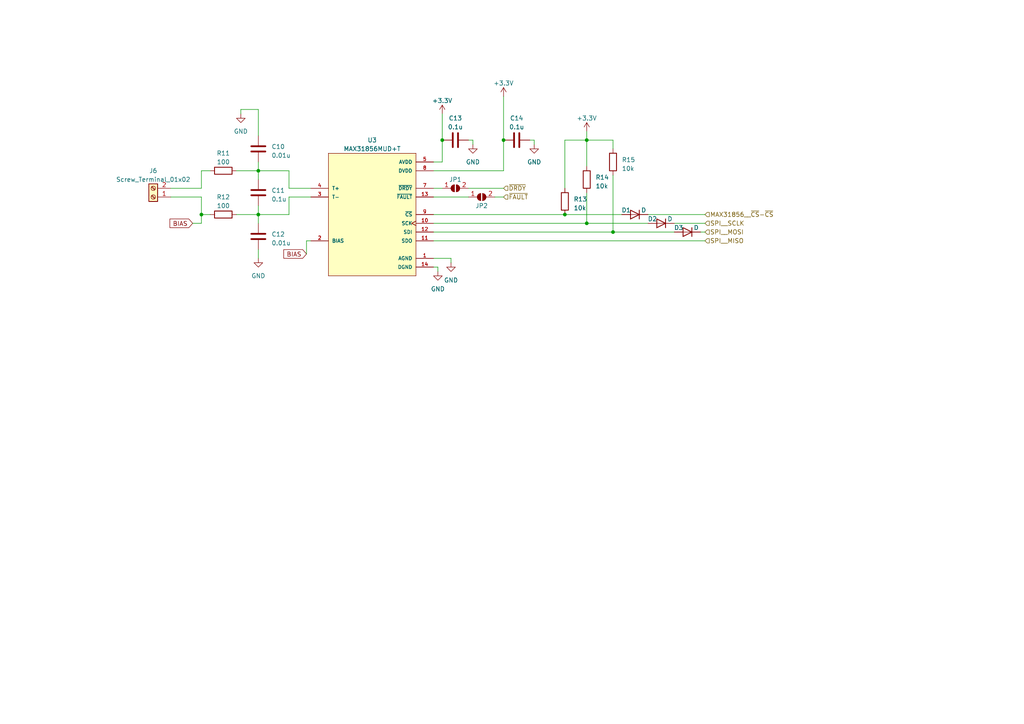
<source format=kicad_sch>
(kicad_sch (version 20230121) (generator eeschema)
  (paper "A4")
  (lib_symbols
    (symbol "Connector:Screw_Terminal_01x02" (pin_names (offset 1.016) hide)
      (property "Reference" "J" (at 0 2.54 0))
      (property "Value" "Screw_Terminal_01x02" (at 0 -5.08 0))
      (symbol "Screw_Terminal_01x02_1_1"
        (rectangle (start -1.27 1.27) (end 1.27 -3.81) (stroke (width 0.254)) (fill (type background)))
        (circle (center 0 -2.54) (radius 0.635) (stroke (width 0.1524)))
        (polyline (pts (xy -0.5334 -2.2098) (xy 0.3302 -3.048)) (stroke (width 0.1524)))
        (polyline (pts (xy -0.5334 0.3302) (xy 0.3302 -0.508)) (stroke (width 0.1524)))
        (polyline (pts (xy -0.3556 -2.032) (xy 0.508 -2.8702)) (stroke (width 0.1524)))
        (polyline (pts (xy -0.3556 0.508) (xy 0.508 -0.3302)) (stroke (width 0.1524)))
        (circle (center 0 0) (radius 0.635) (stroke (width 0.1524)))
        (pin passive line (at -5.08 0 0) (length 3.81) (name "Pin_1") (number "1"))
        (pin passive line (at -5.08 -2.54 0) (length 3.81) (name "Pin_2") (number "2"))
      )
    )
    (symbol "Device:C" (pin_numbers hide) (pin_names (offset 0.254))
      (property "Reference" "C" (at 0.635 2.54 0))
      (property "Value" "C" (at 0.635 -2.54 0))
      (symbol "C_0_1"
        (polyline (pts (xy -2.032 -0.762) (xy 2.032 -0.762)) (stroke (width 0.508)))
        (polyline (pts (xy -2.032 0.762) (xy 2.032 0.762)) (stroke (width 0.508)))
      )
      (symbol "C_1_1"
        (pin passive line (at 0 3.81 270) (length 2.794) (name "~") (number "1"))
        (pin passive line (at 0 -3.81 90) (length 2.794) (name "~") (number "2"))
      )
    )
    (symbol "Device:D" (pin_numbers hide) (pin_names (offset 1.016) hide)
      (property "Reference" "D" (at 0 2.54 0))
      (property "Value" "D" (at 0 -2.54 0))
      (symbol "D_0_1"
        (polyline (pts (xy -1.27 1.27) (xy -1.27 -1.27)) (stroke (width 0.254)))
        (polyline (pts (xy 1.27 0) (xy -1.27 0)))
        (polyline (pts (xy 1.27 1.27) (xy 1.27 -1.27) (xy -1.27 0) (xy 1.27 1.27)) (stroke (width 0.254)))
      )
      (symbol "D_1_1"
        (pin passive line (at -3.81 0 0) (length 2.54) (name "K") (number "1"))
        (pin passive line (at 3.81 0 180) (length 2.54) (name "A") (number "2"))
      )
    )
    (symbol "Device:R" (pin_numbers hide) (pin_names (offset 0))
      (property "Reference" "R" (at 2.032 0 90))
      (property "Value" "R" (at 0 0 90))
      (symbol "R_0_1"
        (rectangle (start -1.016 -2.54) (end 1.016 2.54) (stroke (width 0.254)))
      )
      (symbol "R_1_1"
        (pin passive line (at 0 3.81 270) (length 1.27) (name "~") (number "1"))
        (pin passive line (at 0 -3.81 90) (length 1.27) (name "~") (number "2"))
      )
    )
    (symbol "Jumper:SolderJumper_2_Open" (pin_names (offset 0) hide)
      (property "Reference" "JP" (at 0 2.032 0))
      (property "Value" "SolderJumper_2_Open" (at 0 -2.54 0))
      (symbol "SolderJumper_2_Open_0_1"
        (arc (start -0.254 1.016) (mid -1.2656 0) (end -0.254 -1.016))
        (arc (start -0.254 1.016) (mid -1.2656 0) (end -0.254 -1.016) (fill (type outline)))
        (polyline (pts (xy -0.254 1.016) (xy -0.254 -1.016)))
        (polyline (pts (xy 0.254 1.016) (xy 0.254 -1.016)))
        (arc (start 0.254 -1.016) (mid 1.2656 0) (end 0.254 1.016))
        (arc (start 0.254 -1.016) (mid 1.2656 0) (end 0.254 1.016) (fill (type outline)))
      )
      (symbol "SolderJumper_2_Open_1_1"
        (pin passive line (at -3.81 0 0) (length 2.54) (name "A") (number "1"))
        (pin passive line (at 3.81 0 180) (length 2.54) (name "B") (number "2"))
      )
    )
    (symbol "MAX31856MUD_T:MAX31856MUD+T" (pin_names (offset 1.016))
      (property "Reference" "U" (at -12.7 18.542 0))
      (property "Value" "MAX31856MUD+T" (at -12.7 -20.32 0))
      (symbol "MAX31856MUD+T_0_0"
        (rectangle (start -12.7 17.78) (end 12.7 -17.78) (stroke (width 0.1524)) (fill (type background)))
        (pin power_in line (at 17.78 -12.7 180) (length 5.08) (name "AGND") (number "1"))
        (pin input clock (at 17.78 -2.54 180) (length 5.08) (name "SCK") (number "10"))
        (pin input line (at 17.78 -5.08 180) (length 5.08) (name "SDI") (number "12"))
        (pin output line (at 17.78 5.08 180) (length 5.08) (name "~{FAULT}") (number "13"))
        (pin power_in line (at 17.78 -15.24 180) (length 5.08) (name "DGND") (number "14"))
        (pin passive line (at -17.78 -7.62 0) (length 5.08) (name "BIAS") (number "2"))
        (pin input line (at -17.78 5.08 0) (length 5.08) (name "T-") (number "3"))
        (pin input line (at -17.78 7.62 0) (length 5.08) (name "T+") (number "4"))
        (pin power_in line (at 17.78 15.24 180) (length 5.08) (name "AVDD") (number "5"))
        (pin output line (at 17.78 7.62 180) (length 5.08) (name "~{DRDY}") (number "7"))
        (pin power_in line (at 17.78 12.7 180) (length 5.08) (name "DVDD") (number "8"))
        (pin input line (at 17.78 0 180) (length 5.08) (name "~{CS}") (number "9"))
      )
      (symbol "MAX31856MUD+T_1_0"
        (pin bidirectional line (at 17.78 -7.62 180) (length 5.08) (name "SDO") (number "11"))
      )
    )
    (symbol "power:+3.3V" (power) (pin_names (offset 0))
      (property "Value" "+3.3V" (at 0 3.556 0))
      (symbol "+3.3V_0_1"
        (polyline (pts (xy -0.762 1.27) (xy 0 2.54)))
        (polyline (pts (xy 0 0) (xy 0 2.54)))
        (polyline (pts (xy 0 2.54) (xy 0.762 1.27)))
      )
      (symbol "+3.3V_1_1"
        (pin power_in line (at 0 0 90) (length 0) hide (name "+3.3V") (number "1"))
      )
    )
    (symbol "power:GND" (power) (pin_names (offset 0))
      (property "Value" "GND" (at 0 -3.81 0))
      (symbol "GND_0_1"
        (polyline (pts (xy 0 0) (xy 0 -1.27) (xy 1.27 -1.27) (xy 0 -2.54) (xy -1.27 -1.27) (xy 0 -1.27)))
      )
      (symbol "GND_1_1"
        (pin power_in line (at 0 0 270) (length 0) hide (name "GND") (number "1"))
      )
    )
  )
  (junction (at 58.42 62.23))
  (junction (at 170.18 40.64))
  (junction (at 170.18 64.77))
  (junction (at 177.8 67.31))
  (junction (at 128.27 40.64))
  (junction (at 74.93 49.53))
  (junction (at 74.93 62.23))
  (junction (at 163.83 62.23))
  (junction (at 146.05 40.64))
  (wire (pts (xy 177.8 67.31) (xy 195.58 67.31)))
  (wire (pts (xy 135.89 54.61) (xy 146.05 54.61)))
  (wire (pts (xy 74.93 62.23) (xy 83.82 62.23)))
  (wire (pts (xy 69.85 31.75) (xy 69.85 33.02)))
  (wire (pts (xy 74.93 72.39) (xy 74.93 74.93)))
  (wire (pts (xy 128.27 33.02) (xy 128.27 40.64)))
  (wire (pts (xy 170.18 40.64) (xy 170.18 48.26)))
  (wire (pts (xy 125.73 64.77) (xy 170.18 64.77)))
  (wire (pts (xy 127 77.47) (xy 127 78.74)))
  (wire (pts (xy 135.89 40.64) (xy 137.16 40.64)))
  (wire (pts (xy 58.42 64.77) (xy 58.42 62.23)))
  (wire (pts (xy 146.05 49.53) (xy 146.05 40.64)))
  (wire (pts (xy 58.42 49.53) (xy 58.42 54.61)))
  (wire (pts (xy 74.93 31.75) (xy 69.85 31.75)))
  (wire (pts (xy 195.58 64.77) (xy 204.47 64.77)))
  (wire (pts (xy 88.9 73.66) (xy 88.9 69.85)))
  (wire (pts (xy 90.17 57.15) (xy 83.82 57.15)))
  (wire (pts (xy 58.42 54.61) (xy 49.53 54.61)))
  (wire (pts (xy 143.51 57.15) (xy 146.05 57.15)))
  (wire (pts (xy 154.94 40.64) (xy 154.94 41.91)))
  (wire (pts (xy 74.93 62.23) (xy 74.93 64.77)))
  (wire (pts (xy 125.73 49.53) (xy 146.05 49.53)))
  (wire (pts (xy 74.93 49.53) (xy 74.93 52.07)))
  (wire (pts (xy 177.8 67.31) (xy 177.8 50.8)))
  (wire (pts (xy 146.05 27.94) (xy 146.05 40.64)))
  (wire (pts (xy 68.58 49.53) (xy 74.93 49.53)))
  (wire (pts (xy 163.83 62.23) (xy 180.34 62.23)))
  (wire (pts (xy 130.81 74.93) (xy 130.81 76.2)))
  (wire (pts (xy 74.93 46.99) (xy 74.93 49.53)))
  (wire (pts (xy 58.42 62.23) (xy 60.96 62.23)))
  (wire (pts (xy 163.83 54.61) (xy 163.83 40.64)))
  (wire (pts (xy 125.73 69.85) (xy 204.47 69.85)))
  (wire (pts (xy 74.93 39.37) (xy 74.93 31.75)))
  (wire (pts (xy 170.18 40.64) (xy 170.18 38.1)))
  (wire (pts (xy 203.2 67.31) (xy 204.47 67.31)))
  (wire (pts (xy 137.16 40.64) (xy 137.16 41.91)))
  (wire (pts (xy 90.17 54.61) (xy 83.82 54.61)))
  (wire (pts (xy 74.93 59.69) (xy 74.93 62.23)))
  (wire (pts (xy 125.73 74.93) (xy 130.81 74.93)))
  (wire (pts (xy 83.82 54.61) (xy 83.82 49.53)))
  (wire (pts (xy 60.96 49.53) (xy 58.42 49.53)))
  (wire (pts (xy 125.73 46.99) (xy 128.27 46.99)))
  (wire (pts (xy 170.18 64.77) (xy 170.18 55.88)))
  (wire (pts (xy 125.73 62.23) (xy 163.83 62.23)))
  (wire (pts (xy 58.42 57.15) (xy 49.53 57.15)))
  (wire (pts (xy 163.83 40.64) (xy 170.18 40.64)))
  (wire (pts (xy 74.93 49.53) (xy 83.82 49.53)))
  (wire (pts (xy 170.18 64.77) (xy 187.96 64.77)))
  (wire (pts (xy 125.73 54.61) (xy 128.27 54.61)))
  (wire (pts (xy 68.58 62.23) (xy 74.93 62.23)))
  (wire (pts (xy 125.73 77.47) (xy 127 77.47)))
  (wire (pts (xy 128.27 46.99) (xy 128.27 40.64)))
  (wire (pts (xy 125.73 67.31) (xy 177.8 67.31)))
  (wire (pts (xy 83.82 57.15) (xy 83.82 62.23)))
  (wire (pts (xy 125.73 57.15) (xy 135.89 57.15)))
  (wire (pts (xy 88.9 69.85) (xy 90.17 69.85)))
  (wire (pts (xy 153.67 40.64) (xy 154.94 40.64)))
  (wire (pts (xy 55.88 64.77) (xy 58.42 64.77)))
  (wire (pts (xy 170.18 40.64) (xy 177.8 40.64)))
  (wire (pts (xy 177.8 40.64) (xy 177.8 43.18)))
  (wire (pts (xy 58.42 62.23) (xy 58.42 57.15)))
  (wire (pts (xy 187.96 62.23) (xy 204.47 62.23)))
  (global_label "BIAS" (shape input) (at 55.88 64.77 180) (property "Intersheetrefs" "${INTERSHEET_REFS}" (effects hide)))
  (global_label "BIAS" (shape input) (at 88.9 73.66 180) (property "Intersheetrefs" "${INTERSHEET_REFS}" (effects hide)))
  (hierarchical_label "SPI__MISO" (shape input) (at 204.47 69.85 0))
  (hierarchical_label "SPI__SCLK" (shape input) (at 204.47 64.77 0))
  (hierarchical_label "SPI__MOSI" (shape input) (at 204.47 67.31 0))
  (hierarchical_label "~{FAULT}" (shape input) (at 146.05 57.15 0))
  (hierarchical_label "~{DRDY}" (shape input) (at 146.05 54.61 0))
  (hierarchical_label "MAX31856__~{CS}-~{CS}" (shape input) (at 204.47 62.23 0))
  (symbol (lib_id "Device:R") (at 64.77 62.23 90) (unit 1)
    (property "Reference" "R12" (at 64.77 57.15 90))
    (property "Value" "100" (at 64.77 59.69 90))
    (property "Footprint" "Resistor_SMD:R_0805_2012Metric_Pad1.20x1.40mm_HandSolder" (effects hide))
  )
  (symbol (lib_id "power:GND") (at 130.81 76.2 0) (unit 1)
    (property "Reference" "#PWR038" (effects hide))
    (property "Value" "GND" (at 130.81 81.28 0))
  )
  (symbol (lib_id "MAX31856MUD_T:MAX31856MUD+T") (at 107.95 62.23 0) (unit 1)
    (property "Reference" "U3" (at 107.95 40.64 0))
    (property "Value" "MAX31856MUD+T" (at 107.95 43.18 0))
    (property "Footprint" "MAX31856MUD_T:SOP65P640X110-14N" (effects hide))
    (property "A1_MAX" "None" (effects hide))
    (property "E2_MAX" "0.0" (effects hide))
    (property "B_MAX" "0.3" (effects hide))
    (property "B_NOM" "0.245" (effects hide))
    (property "A_NOM" "1.1" (effects hide))
    (property "A1_NOM" "None" (effects hide))
    (property "A_MIN" "1.1" (effects hide))
    (property "PIN_COUNT" "14.0" (effects hide))
    (property "D_MIN" "4.9" (effects hide))
    (property "MANUFACTURER" "Maxim Integrated" (effects hide))
    (property "D2_MIN" "None" (effects hide))
    (property "L_MIN" "0.5" (effects hide))
    (property "ENOM" "0.65" (effects hide))
    (property "D2_MAX" "0.0" (effects hide))
    (property "E1_MAX" "4.5" (effects hide))
    (property "E2_MIN" "None" (effects hide))
    (property "A1_MIN" "0.05" (effects hide))
    (property "STANDARD" "IPC 7351B" (effects hide))
    (property "L_MAX" "0.7" (effects hide))
    (property "PARTREV" "0" (effects hide))
    (property "E1_MIN" "4.3" (effects hide))
    (property "D_MAX" "5.1" (effects hide))
    (property "B_MIN" "0.19" (effects hide))
    (property "E1_NOM" "4.4" (effects hide))
    (property "L_NOM" "0.6" (effects hide))
    (property "E_NOM" "6.4" (effects hide))
    (property "D_NOM" "5.0" (effects hide))
    (property "E_MAX" "6.55" (effects hide))
    (property "D2_NOM" "None" (effects hide))
    (property "A_MAX" "1.1" (effects hide))
    (property "E_MIN" "6.25" (effects hide))
    (property "E2_NOM" "None" (effects hide))
  )
  (symbol (lib_id "Device:D") (at 199.39 67.31 180) (unit 1)
    (property "Reference" "D3" (at 196.85 66.04 0))
    (property "Value" "D" (at 201.93 66.04 0))
    (property "Footprint" "Diode_SMD:D_SOD-123" (effects hide))
    (property "Sim.Device" "D" (effects hide))
    (property "Sim.Pins" "1=K 2=A" (effects hide))
  )
  (symbol (lib_id "Device:C") (at 74.93 43.18 0) (unit 1)
    (property "Reference" "C10" (at 78.74 42.545 0) (effects (justify left)))
    (property "Value" "0.01u" (at 78.74 45.085 0) (effects (justify left)))
    (property "Footprint" "Capacitor_SMD:C_0603_1608Metric_Pad1.08x0.95mm_HandSolder" (effects hide))
  )
  (symbol (lib_id "power:GND") (at 69.85 33.02 0) (unit 1)
    (property "Reference" "#PWR034" (effects hide))
    (property "Value" "GND" (at 69.85 38.1 0))
  )
  (symbol (lib_id "Device:C") (at 132.08 40.64 90) (unit 1)
    (property "Reference" "C13" (at 132.08 34.29 90))
    (property "Value" "0.1u" (at 132.08 36.83 90))
    (property "Footprint" "Capacitor_SMD:C_0603_1608Metric_Pad1.08x0.95mm_HandSolder" (effects hide))
  )
  (symbol (lib_id "power:GND") (at 127 78.74 0) (unit 1)
    (property "Reference" "#PWR036" (effects hide))
    (property "Value" "GND" (at 127 83.82 0))
  )
  (symbol (lib_id "power:GND") (at 137.16 41.91 0) (unit 1)
    (property "Reference" "#PWR039" (effects hide))
    (property "Value" "GND" (at 137.16 46.99 0))
  )
  (symbol (lib_id "Device:C") (at 74.93 55.88 0) (unit 1)
    (property "Reference" "C11" (at 78.74 55.245 0) (effects (justify left)))
    (property "Value" "0.1u" (at 78.74 57.785 0) (effects (justify left)))
    (property "Footprint" "Capacitor_SMD:C_0603_1608Metric_Pad1.08x0.95mm_HandSolder" (effects hide))
  )
  (symbol (lib_id "Device:D") (at 184.15 62.23 180) (unit 1)
    (property "Reference" "D1" (at 181.61 60.96 0))
    (property "Value" "D" (at 186.69 60.96 0))
    (property "Footprint" "Diode_SMD:D_SOD-123" (effects hide))
    (property "Sim.Device" "D" (effects hide))
    (property "Sim.Pins" "1=K 2=A" (effects hide))
  )
  (symbol (lib_id "power:+3.3V") (at 170.18 38.1 0) (unit 1)
    (property "Reference" "#PWR042" (effects hide))
    (property "Value" "+3.3V" (at 170.18 34.29 0))
  )
  (symbol (lib_id "power:GND") (at 74.93 74.93 0) (unit 1)
    (property "Reference" "#PWR035" (effects hide))
    (property "Value" "GND" (at 74.93 80.01 0))
  )
  (symbol (lib_id "power:+3.3V") (at 146.05 27.94 0) (unit 1)
    (property "Reference" "#PWR040" (effects hide))
    (property "Value" "+3.3V" (at 146.05 24.13 0))
  )
  (symbol (lib_id "Jumper:SolderJumper_2_Open") (at 132.08 54.61 0) (unit 1)
    (property "Reference" "JP1" (at 132.08 52.07 0))
    (property "Value" "SolderJumper_2_Open" (effects hide))
    (property "Footprint" "Jumper:SolderJumper-2_P1.3mm_Open_Pad1.0x1.5mm" (effects hide))
  )
  (symbol (lib_id "Device:R") (at 170.18 52.07 0) (unit 1)
    (property "Reference" "R14" (at 172.72 51.435 0) (effects (justify left)))
    (property "Value" "10k" (at 172.72 53.975 0) (effects (justify left)))
    (property "Footprint" "Resistor_SMD:R_0603_1608Metric_Pad0.98x0.95mm_HandSolder" (effects hide))
  )
  (symbol (lib_id "Connector:Screw_Terminal_01x02") (at 44.45 57.15 180) (unit 1)
    (property "Reference" "J6" (at 44.45 49.53 0))
    (property "Value" "Screw_Terminal_01x02" (at 44.45 52.07 0))
    (property "Footprint" "MAX31856MUD_T:RS_PRO_611-8157" (effects hide))
  )
  (symbol (lib_id "Jumper:SolderJumper_2_Open") (at 139.7 57.15 0) (mirror x) (unit 1)
    (property "Reference" "JP2" (at 139.7 59.69 0))
    (property "Value" "SolderJumper_2_Open" (effects hide))
    (property "Footprint" "Jumper:SolderJumper-2_P1.3mm_Open_Pad1.0x1.5mm" (effects hide))
  )
  (symbol (lib_id "Device:R") (at 64.77 49.53 90) (unit 1)
    (property "Reference" "R11" (at 64.77 44.45 90))
    (property "Value" "100" (at 64.77 46.99 90))
    (property "Footprint" "Resistor_SMD:R_0805_2012Metric_Pad1.20x1.40mm_HandSolder" (effects hide))
  )
  (symbol (lib_id "power:GND") (at 154.94 41.91 0) (unit 1)
    (property "Reference" "#PWR041" (effects hide))
    (property "Value" "GND" (at 154.94 46.99 0))
  )
  (symbol (lib_id "Device:C") (at 149.86 40.64 90) (unit 1)
    (property "Reference" "C14" (at 149.86 34.29 90))
    (property "Value" "0.1u" (at 149.86 36.83 90))
    (property "Footprint" "Capacitor_SMD:C_0603_1608Metric_Pad1.08x0.95mm_HandSolder" (effects hide))
  )
  (symbol (lib_id "power:+3.3V") (at 128.27 33.02 0) (unit 1)
    (property "Reference" "#PWR037" (effects hide))
    (property "Value" "+3.3V" (at 128.27 29.21 0))
  )
  (symbol (lib_id "Device:R") (at 163.83 58.42 0) (unit 1)
    (property "Reference" "R13" (at 166.37 57.785 0) (effects (justify left)))
    (property "Value" "10k" (at 166.37 60.325 0) (effects (justify left)))
    (property "Footprint" "Resistor_SMD:R_0603_1608Metric_Pad0.98x0.95mm_HandSolder" (effects hide))
  )
  (symbol (lib_id "Device:R") (at 177.8 46.99 0) (unit 1)
    (property "Reference" "R15" (at 180.34 46.355 0) (effects (justify left)))
    (property "Value" "10k" (at 180.34 48.895 0) (effects (justify left)))
    (property "Footprint" "Resistor_SMD:R_0603_1608Metric_Pad0.98x0.95mm_HandSolder" (effects hide))
  )
  (symbol (lib_id "Device:C") (at 74.93 68.58 0) (unit 1)
    (property "Reference" "C12" (at 78.74 67.945 0) (effects (justify left)))
    (property "Value" "0.01u" (at 78.74 70.485 0) (effects (justify left)))
    (property "Footprint" "Capacitor_SMD:C_0603_1608Metric_Pad1.08x0.95mm_HandSolder" (effects hide))
  )
  (symbol (lib_id "Device:D") (at 191.77 64.77 180) (unit 1)
    (property "Reference" "D2" (at 189.23 63.5 0))
    (property "Value" "D" (at 194.31 63.5 0))
    (property "Footprint" "Diode_SMD:D_SOD-123" (effects hide))
    (property "Sim.Device" "D" (effects hide))
    (property "Sim.Pins" "1=K 2=A" (effects hide))
  )
)
</source>
